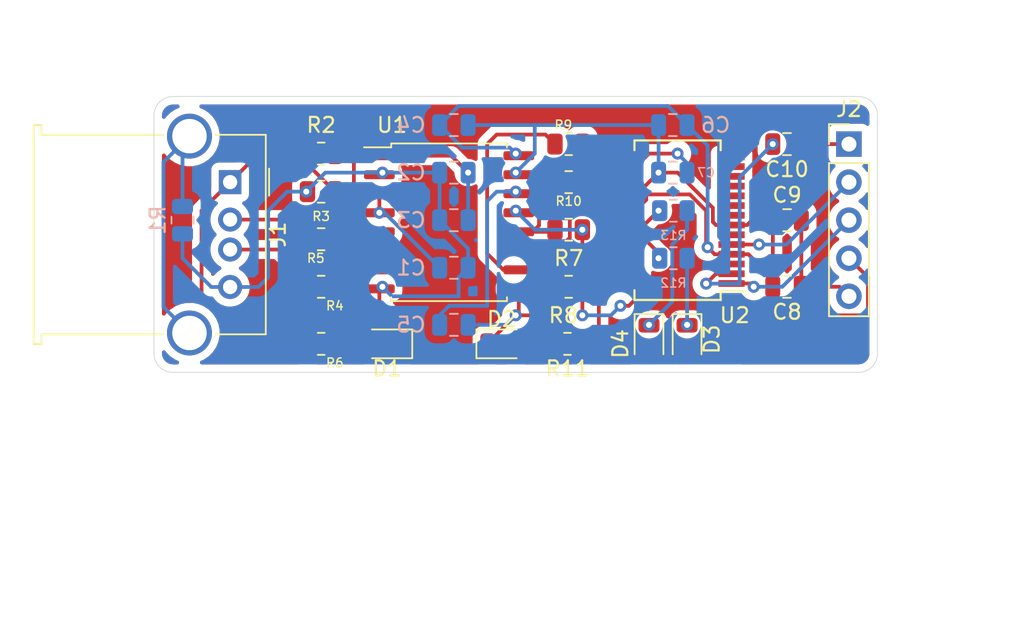
<source format=kicad_pcb>
(kicad_pcb (version 20211014) (generator pcbnew)
  (layers (0 "F.Cu" signal) (31 "B.Cu" signal) (34 "B.Paste" user) (35 "F.Paste" user) (36 "B.SilkS" user "B.Silkscreen") (37 "F.SilkS" user "F.Silkscreen") (38 "B.Mask" user) (39 "F.Mask" user) (44 "Edge.Cuts" user))
  (net 0 "")
  (net 1 "GND_USB")
  (net 2 "VDD1")
  (net 3 "V_USB")
  (net 4 "GND_uC")
  (net 5 "RST")
  (net 6 "VDD2")
  (net 7 "3.3v_Out")
  (net 8 "Net-(C10-Pad2)")
  (net 9 "DTR_prg")
  (net 10 "Net-(D1-Pad2)")
  (net 11 "Net-(D2-Pad2)")
  (net 12 "Net-(D3-Pad1)")
  (net 13 "Net-(D4-Pad1)")
  (net 14 "Net-(J1-Pad5)")
  (net 15 "Net-(J1-Pad3)")
  (net 16 "Net-(J1-Pad2)")
  (net 17 "RXD_prg")
  (net 18 "TXD_prg")
  (net 19 "SPU")
  (net 20 "Net-(R4-Pad1)")
  (net 21 "Net-(R5-Pad1)")
  (net 22 "SPD")
  (net 23 "Net-(R9-Pad2)")
  (net 24 "D+")
  (net 25 "Net-(R10-Pad2)")
  (net 26 "D-")
  (net 27 "/TXD_led")
  (net 28 "/RXD_led")
  (net 29 "Net-(U2-Pad28)")
  (net 30 "Net-(U2-Pad27)")
  (net 31 "Net-(U2-Pad14)")
  (net 32 "Net-(U2-Pad13)")
  (net 33 "Net-(U2-Pad12)")
  (net 34 "Net-(U2-Pad11)")
  (net 35 "Net-(U2-Pad10)")
  (net 36 "Net-(U2-Pad9)")
  (net 37 "Net-(U2-Pad6)")
  (net 38 "Net-(U2-Pad3)")
  (footprint "Capacitor_SMD:C_0805_2012Metric" (layer "F.Cu") (at 150.81 86.995 180)
    (fp_text reference "C8" (at 0 -1.68) (layer "F.SilkS"))
    (fp_text value "0.1uf")
    (fp_line (start -0.261252 -0.735) (end 0.261252 -0.735) (layer "F.SilkS") (width 0.12))
    (fp_line (start -0.261252 0.735) (end 0.261252 0.735) (layer "F.SilkS") (width 0.12))
    (pad "1" smd roundrect locked (at -0.95 0 180) (size 1 1.45) (layers "F.Cu" "F.Paste" "F.Mask") (net 4 "GND_uC"))
    (pad "2" smd roundrect locked (at 0.95 0 180) (size 1 1.45) (layers "F.Cu" "F.Paste" "F.Mask") (net 5 "RST"))
  )
  (footprint "Capacitor_SMD:C_0805_2012Metric" (layer "F.Cu") (at 150.815 82.55)
    (fp_text reference "C9" (at 0 -1.68) (layer "F.SilkS"))
    (fp_text value "0.1uf")
    (fp_line (start -0.261252 0.735) (end 0.261252 0.735) (layer "F.SilkS") (width 0.12))
    (fp_line (start -0.261252 -0.735) (end 0.261252 -0.735) (layer "F.SilkS") (width 0.12))
    (pad "1" smd roundrect locked (at -0.95 0) (size 1 1.45) (layers "F.Cu" "F.Paste" "F.Mask") (net 5 "RST"))
    (pad "2" smd roundrect locked (at 0.95 0) (size 1 1.45) (layers "F.Cu" "F.Paste" "F.Mask") (net 4 "GND_uC"))
  )
  (footprint "Capacitor_SMD:C_0805_2012Metric" (layer "F.Cu") (at 150.81 77.47 180)
    (fp_text reference "C10" (at 0 -1.68) (layer "F.SilkS"))
    (fp_text value "0.1uf")
    (fp_line (start -0.261252 0.735) (end 0.261252 0.735) (layer "F.SilkS") (width 0.12))
    (fp_line (start -0.261252 -0.735) (end 0.261252 -0.735) (layer "F.SilkS") (width 0.12))
    (pad "1" smd roundrect locked (at -0.95 0 180) (size 1 1.45) (layers "F.Cu" "F.Paste" "F.Mask") (net 9 "DTR_prg"))
    (pad "2" smd roundrect locked (at 0.95 0 180) (size 1 1.45) (layers "F.Cu" "F.Paste" "F.Mask") (net 8 "Net-(C10-Pad2)"))
  )
  (footprint "LED_SMD:LED_0805_2012Metric" (layer "F.Cu") (at 124.1275 90.805 180)
    (fp_text reference "D1" (at 0 -1.65) (layer "F.SilkS"))
    (fp_text value "LED")
    (fp_line (start 1 -0.96) (end -1.685 -0.96) (layer "F.SilkS") (width 0.12))
    (fp_line (start -1.685 -0.96) (end -1.685 0.96) (layer "F.SilkS") (width 0.12))
    (fp_line (start -1.685 0.96) (end 1 0.96) (layer "F.SilkS") (width 0.12))
    (pad "1" smd roundrect locked (at -0.9375 0 180) (size 0.975 1.4) (layers "F.Cu" "F.Paste" "F.Mask") (net 1 "GND_USB"))
    (pad "2" smd roundrect locked (at 0.9375 0 180) (size 0.975 1.4) (layers "F.Cu" "F.Paste" "F.Mask") (net 10 "Net-(D1-Pad2)"))
  )
  (footprint "LED_SMD:LED_0805_2012Metric" (layer "F.Cu") (at 131.7775 90.805)
    (fp_text reference "D2" (at 0 -1.65) (layer "F.SilkS"))
    (fp_text value "LED")
    (fp_line (start 1 -0.96) (end -1.685 -0.96) (layer "F.SilkS") (width 0.12))
    (fp_line (start -1.685 -0.96) (end -1.685 0.96) (layer "F.SilkS") (width 0.12))
    (fp_line (start -1.685 0.96) (end 1 0.96) (layer "F.SilkS") (width 0.12))
    (pad "1" smd roundrect locked (at -0.9375 0) (size 0.975 1.4) (layers "F.Cu" "F.Paste" "F.Mask") (net 4 "GND_uC"))
    (pad "2" smd roundrect locked (at 0.9375 0) (size 0.975 1.4) (layers "F.Cu" "F.Paste" "F.Mask") (net 11 "Net-(D2-Pad2)"))
  )
  (footprint "LED_SMD:LED_0805_2012Metric" (layer "F.Cu") (at 144.145 90.5025 -90)
    (fp_text reference "D3" (at 0 -1.65 90) (layer "F.SilkS"))
    (fp_text value "LED")
    (fp_line (start 1 -0.96) (end -1.685 -0.96) (layer "F.SilkS") (width 0.12))
    (fp_line (start -1.685 0.96) (end 1 0.96) (layer "F.SilkS") (width 0.12))
    (fp_line (start -1.685 -0.96) (end -1.685 0.96) (layer "F.SilkS") (width 0.12))
    (pad "1" smd roundrect locked (at -0.9375 0 270) (size 0.975 1.4) (layers "F.Cu" "F.Paste" "F.Mask") (net 12 "Net-(D3-Pad1)"))
    (pad "2" smd roundrect locked (at 0.9375 0 270) (size 0.975 1.4) (layers "F.Cu" "F.Paste" "F.Mask") (net 5 "RST"))
  )
  (footprint "LED_SMD:LED_0805_2012Metric" (layer "F.Cu") (at 141.605 90.5025 -90)
    (fp_text reference "D4" (at 0.3025 1.905 90) (layer "F.SilkS"))
    (fp_text value "LED")
    (fp_line (start 1 -0.96) (end -1.685 -0.96) (layer "F.SilkS") (width 0.12))
    (fp_line (start -1.685 0.96) (end 1 0.96) (layer "F.SilkS") (width 0.12))
    (fp_line (start -1.685 -0.96) (end -1.685 0.96) (layer "F.SilkS") (width 0.12))
    (pad "1" smd roundrect locked (at -0.9375 0 270) (size 0.975 1.4) (layers "F.Cu" "F.Paste" "F.Mask") (net 13 "Net-(D4-Pad1)"))
    (pad "2" smd roundrect locked (at 0.9375 0 270) (size 0.975 1.4) (layers "F.Cu" "F.Paste" "F.Mask") (net 5 "RST"))
  )
  (footprint "Connector_PinHeader_2.54mm:PinHeader_1x05_P2.54mm_Vertical" (layer "F.Cu") (at 154.94 77.47)
    (fp_text reference "J2" (at 0 -2.33) (layer "F.SilkS"))
    (fp_text value "Conn_01x05")
    (fp_line (start 1.33 1.27) (end 1.33 11.49) (layer "F.SilkS") (width 0.12))
    (fp_line (start -1.33 1.27) (end 1.33 1.27) (layer "F.SilkS") (width 0.12))
    (fp_line (start -1.33 1.27) (end -1.33 11.49) (layer "F.SilkS") (width 0.12))
    (fp_line (start -1.33 0) (end -1.33 -1.33) (layer "F.SilkS") (width 0.12))
    (fp_line (start -1.33 11.49) (end 1.33 11.49) (layer "F.SilkS") (width 0.12))
    (fp_line (start -1.33 -1.33) (end 0 -1.33) (layer "F.SilkS") (width 0.12))
    (pad "1" thru_hole rect locked (at 0 0) (size 1.7 1.7) (drill 1) (layers *.Cu *.Mask) (net 9 "DTR_prg"))
    (pad "2" thru_hole oval locked (at 0 2.54) (size 1.7 1.7) (drill 1) (layers *.Cu *.Mask) (net 17 "RXD_prg"))
    (pad "3" thru_hole oval locked (at 0 5.08) (size 1.7 1.7) (drill 1) (layers *.Cu *.Mask) (net 18 "TXD_prg"))
    (pad "4" thru_hole oval locked (at 0 7.62) (size 1.7 1.7) (drill 1) (layers *.Cu *.Mask) (net 5 "RST"))
    (pad "5" thru_hole oval locked (at 0 10.16) (size 1.7 1.7) (drill 1) (layers *.Cu *.Mask) (net 4 "GND_uC"))
  )
  (footprint "Resistor_SMD:R_0805_2012Metric" (layer "F.Cu") (at 119.7375 78.105 180)
    (fp_text reference "R2" (at 0 1.905) (layer "F.SilkS"))
    (fp_text value "0R")
    (fp_line (start -0.227064 0.735) (end 0.227064 0.735) (layer "F.SilkS") (width 0.12))
    (fp_line (start -0.227064 -0.735) (end 0.227064 -0.735) (layer "F.SilkS") (width 0.12))
    (pad "1" smd roundrect locked (at -0.9125 0 180) (size 1.025 1.4) (layers "F.Cu" "F.Paste" "F.Mask") (roundrect_rratio 0.2439004878) (net 2 "VDD1"))
    (pad "2" smd roundrect locked (at 0.9125 0 180) (size 1.025 1.4) (layers "F.Cu" "F.Paste" "F.Mask") (roundrect_rratio 0.2439004878) (net 19 "SPU"))
  )
  (footprint "Resistor_SMD:R_0805_2012Metric" (layer "F.Cu") (at 119.7375 80.645 180)
    (fp_text reference "R3" (at 0 -1.65) (layer "F.SilkS") (effects (font (size 0.6 0.6) (thickness 0.1))))
    (fp_text value "0R")
    (fp_line (start -0.227064 -0.735) (end 0.227064 -0.735) (layer "F.SilkS") (width 0.12))
    (fp_line (start -0.227064 0.735) (end 0.227064 0.735) (layer "F.SilkS") (width 0.12))
    (pad "1" smd roundrect locked (at -0.9125 0 180) (size 1.025 1.4) (layers "F.Cu" "F.Paste" "F.Mask") (roundrect_rratio 0.2439004878) (net 19 "SPU"))
    (pad "2" smd roundrect locked (at 0.9125 0 180) (size 1.025 1.4) (layers "F.Cu" "F.Paste" "F.Mask") (roundrect_rratio 0.2439004878) (net 1 "GND_USB"))
  )
  (footprint "Resistor_SMD:R_0805_2012Metric" (layer "F.Cu") (at 119.7375 86.995 180)
    (fp_text reference "R4" (at -0.9125 -1.27) (layer "F.SilkS") (effects (font (size 0.6 0.6) (thickness 0.1))))
    (fp_text value "24E")
    (fp_line (start -0.227064 0.735) (end 0.227064 0.735) (layer "F.SilkS") (width 0.12))
    (fp_line (start -0.227064 -0.735) (end 0.227064 -0.735) (layer "F.SilkS") (width 0.12))
    (pad "1" smd roundrect locked (at -0.9125 0 180) (size 1.025 1.4) (layers "F.Cu" "F.Paste" "F.Mask") (roundrect_rratio 0.2439004878) (net 20 "Net-(R4-Pad1)"))
    (pad "2" smd roundrect locked (at 0.9125 0 180) (size 1.025 1.4) (layers "F.Cu" "F.Paste" "F.Mask") (roundrect_rratio 0.2439004878) (net 15 "Net-(J1-Pad3)"))
  )
  (footprint "Resistor_SMD:R_0805_2012Metric" (layer "F.Cu") (at 119.7375 83.82 180)
    (fp_text reference "R5" (at 0.3575 -1.27) (layer "F.SilkS") (effects (font (size 0.6 0.6) (thickness 0.1))))
    (fp_text value "24E")
    (fp_line (start -0.227064 -0.735) (end 0.227064 -0.735) (layer "F.SilkS") (width 0.12))
    (fp_line (start -0.227064 0.735) (end 0.227064 0.735) (layer "F.SilkS") (width 0.12))
    (pad "1" smd roundrect locked (at -0.9125 0 180) (size 1.025 1.4) (layers "F.Cu" "F.Paste" "F.Mask") (roundrect_rratio 0.2439004878) (net 21 "Net-(R5-Pad1)"))
    (pad "2" smd roundrect locked (at 0.9125 0 180) (size 1.025 1.4) (layers "F.Cu" "F.Paste" "F.Mask") (roundrect_rratio 0.2439004878) (net 16 "Net-(J1-Pad2)"))
  )
  (footprint "Resistor_SMD:R_0805_2012Metric" (layer "F.Cu") (at 119.7375 90.805)
    (fp_text reference "R6" (at 0.9125 1.27) (layer "F.SilkS") (effects (font (size 0.6 0.6) (thickness 0.1))))
    (fp_text value "1k")
    (fp_line (start -0.227064 0.735) (end 0.227064 0.735) (layer "F.SilkS") (width 0.12))
    (fp_line (start -0.227064 -0.735) (end 0.227064 -0.735) (layer "F.SilkS") (width 0.12))
    (pad "1" smd roundrect locked (at -0.9125 0) (size 1.025 1.4) (layers "F.Cu" "F.Paste" "F.Mask") (roundrect_rratio 0.2439004878) (net 3 "V_USB"))
    (pad "2" smd roundrect locked (at 0.9125 0) (size 1.025 1.4) (layers "F.Cu" "F.Paste" "F.Mask") (roundrect_rratio 0.2439004878) (net 10 "Net-(D1-Pad2)"))
  )
  (footprint "Resistor_SMD:R_0805_2012Metric" (layer "F.Cu") (at 136.2475 83.185)
    (fp_text reference "R7" (at 0 1.905) (layer "F.SilkS"))
    (fp_text value "0R")
    (fp_line (start -0.227064 -0.735) (end 0.227064 -0.735) (layer "F.SilkS") (width 0.12))
    (fp_line (start -0.227064 0.735) (end 0.227064 0.735) (layer "F.SilkS") (width 0.12))
    (pad "1" smd roundrect locked (at -0.9125 0) (size 1.025 1.4) (layers "F.Cu" "F.Paste" "F.Mask") (roundrect_rratio 0.2439004878) (net 6 "VDD2"))
    (pad "2" smd roundrect locked (at 0.9125 0) (size 1.025 1.4) (layers "F.Cu" "F.Paste" "F.Mask") (roundrect_rratio 0.2439004878) (net 22 "SPD"))
  )
  (footprint "Resistor_SMD:R_0805_2012Metric" (layer "F.Cu") (at 136.2475 86.995)
    (fp_text reference "R8" (at -0.3575 1.905) (layer "F.SilkS"))
    (fp_text value "0R")
    (fp_line (start -0.227064 0.735) (end 0.227064 0.735) (layer "F.SilkS") (width 0.12))
    (fp_line (start -0.227064 -0.735) (end 0.227064 -0.735) (layer "F.SilkS") (width 0.12))
    (pad "1" smd roundrect locked (at -0.9125 0) (size 1.025 1.4) (layers "F.Cu" "F.Paste" "F.Mask") (roundrect_rratio 0.2439004878) (net 22 "SPD"))
    (pad "2" smd roundrect locked (at 0.9125 0) (size 1.025 1.4) (layers "F.Cu" "F.Paste" "F.Mask") (roundrect_rratio 0.2439004878) (net 4 "GND_uC"))
  )
  (footprint "Resistor_SMD:R_0805_2012Metric" (layer "F.Cu") (at 136.2475 80.01 180)
    (fp_text reference "R10" (at 0 -1.27) (layer "F.SilkS") (effects (font (size 0.6 0.6) (thickness 0.1))))
    (fp_text value "24E")
    (fp_line (start -0.227064 -0.735) (end 0.227064 -0.735) (layer "F.SilkS") (width 0.12))
    (fp_line (start -0.227064 0.735) (end 0.227064 0.735) (layer "F.SilkS") (width 0.12))
    (pad "1" smd roundrect locked (at -0.9125 0 180) (size 1.025 1.4) (layers "F.Cu" "F.Paste" "F.Mask") (roundrect_rratio 0.2439004878) (net 26 "D-"))
    (pad "2" smd roundrect locked (at 0.9125 0 180) (size 1.025 1.4) (layers "F.Cu" "F.Paste" "F.Mask") (roundrect_rratio 0.2439004878) (net 25 "Net-(R10-Pad2)"))
  )
  (footprint "Resistor_SMD:R_0805_2012Metric" (layer "F.Cu") (at 136.1675 90.805 180)
    (fp_text reference "R11" (at 0 -1.65) (layer "F.SilkS"))
    (fp_text value "1k")
    (fp_line (start -0.227064 -0.735) (end 0.227064 -0.735) (layer "F.SilkS") (width 0.12))
    (fp_line (start -0.227064 0.735) (end 0.227064 0.735) (layer "F.SilkS") (width 0.12))
    (pad "1" smd roundrect locked (at -0.9125 0 180) (size 1.025 1.4) (layers "F.Cu" "F.Paste" "F.Mask") (roundrect_rratio 0.2439004878) (net 7 "3.3v_Out"))
    (pad "2" smd roundrect locked (at 0.9125 0 180) (size 1.025 1.4) (layers "F.Cu" "F.Paste" "F.Mask") (roundrect_rratio 0.2439004878) (net 11 "Net-(D2-Pad2)"))
  )
  (footprint "Package_SO:SOIC-16W_7.5x10.3mm_P1.27mm" (layer "F.Cu") (at 128.27 82.69)
    (fp_text reference "U1" (at -3.81 -6.49) (layer "F.SilkS"))
    (fp_text value "ADUM4160")
    (fp_line (start 0 5.26) (end -3.86 5.26) (layer "F.SilkS") (width 0.12))
    (fp_line (start 0 5.26) (end 3.86 5.26) (layer "F.SilkS") (width 0.12))
    (fp_line (start -3.86 5.26) (end -3.86 5.005) (layer "F.SilkS") (width 0.12))
    (fp_line (start 3.86 -5.26) (end 3.86 -5.005) (layer "F.SilkS") (width 0.12))
    (fp_line (start 3.86 5.26) (end 3.86 5.005) (layer "F.SilkS") (width 0.12))
    (fp_line (start 0 -5.26) (end -3.86 -5.26) (layer "F.SilkS") (width 0.12))
    (fp_line (start -3.86 -5.26) (end -3.86 -5.005) (layer "F.SilkS") (width 0.12))
    (fp_line (start 0 -5.26) (end 3.86 -5.26) (layer "F.SilkS") (width 0.12))
    (fp_line (start -3.86 -5.005) (end -5.675 -5.005) (layer "F.SilkS") (width 0.12))
    (pad "1" smd roundrect locked (at -4.65 -4.445) (size 2.05 0.6) (layers "F.Cu" "F.Paste" "F.Mask") (net 3 "V_USB"))
    (pad "2" smd roundrect locked (at -4.65 -3.175) (size 2.05 0.6) (layers "F.Cu" "F.Paste" "F.Mask") (net 1 "GND_USB"))
    (pad "3" smd roundrect locked (at -4.65 -1.905) (size 2.05 0.6) (layers "F.Cu" "F.Paste" "F.Mask") (net 2 "VDD1"))
    (pad "4" smd roundrect locked (at -4.65 -0.635) (size 2.05 0.6) (layers "F.Cu" "F.Paste" "F.Mask") (net 2 "VDD1"))
    (pad "5" smd roundrect locked (at -4.65 0.635) (size 2.05 0.6) (layers "F.Cu" "F.Paste" "F.Mask") (net 19 "SPU"))
    (pad "6" smd roundrect locked (at -4.65 1.905) (size 2.05 0.6) (layers "F.Cu" "F.Paste" "F.Mask") (net 21 "Net-(R5-Pad1)"))
    (pad "7" smd roundrect locked (at -4.65 3.175) (size 2.05 0.6) (layers "F.Cu" "F.Paste" "F.Mask") (net 20 "Net-(R4-Pad1)"))
    (pad "8" smd roundrect locked (at -4.65 4.445) (size 2.05 0.6) (layers "F.Cu" "F.Paste" "F.Mask") (net 1 "GND_USB"))
    (pad "9" smd roundrect locked (at 4.65 4.445) (size 2.05 0.6) (layers "F.Cu" "F.Paste" "F.Mask") (net 4 "GND_uC"))
    (pad "10" smd roundrect locked (at 4.65 3.175) (size 2.05 0.6) (layers "F.Cu" "F.Paste" "F.Mask") (net 23 "Net-(R9-Pad2)"))
    (pad "11" smd roundrect locked (at 4.65 1.905) (size 2.05 0.6) (layers "F.Cu" "F.Paste" "F.Mask") (net 25 "Net-(R10-Pad2)"))
    (pad "12" smd roundrect locked (at 4.65 0.635) (size 2.05 0.6) (layers "F.Cu" "F.Paste" "F.Mask") (net 6 "VDD2"))
    (pad "13" smd roundrect locked (at 4.65 -0.635) (size 2.05 0.6) (layers "F.Cu" "F.Paste" "F.Mask") (net 22 "SPD"))
    (pad "14" smd roundrect locked (at 4.65 -1.905) (size 2.05 0.6) (layers "F.Cu" "F.Paste" "F.Mask") (net 6 "VDD2"))
    (pad "15" smd roundrect locked (at 4.65 -3.175) (size 2.05 0.6) (layers "F.Cu" "F.Paste" "F.Mask") (net 4 "GND_uC"))
    (pad "16" smd roundrect locked (at 4.65 -4.445) (size 2.05 0.6) (layers "F.Cu" "F.Paste" "F.Mask") (net 5 "RST"))
  )
  (footprint "Package_SO:SSOP-28_5.3x10.2mm_P0.65mm" (layer "F.Cu") (at 143.51 82.55 180)
    (fp_text reference "U2" (at -3.81 -6.35) (layer "F.SilkS"))
    (fp_text value "FT232RL")
    (fp_line (start 2.875 5.325) (end 2.875 4.675) (layer "F.SilkS") (width 0.15))
    (fp_line (start -2.875 -5.325) (end -2.875 -4.75) (layer "F.SilkS") (width 0.15))
    (fp_line (start -2.875 5.325) (end 2.875 5.325) (layer "F.SilkS") (width 0.15))
    (fp_line (start -2.875 -4.75) (end -4.475 -4.75) (layer "F.SilkS") (width 0.15))
    (fp_line (start 2.875 -5.325) (end 2.875 -4.675) (layer "F.SilkS") (width 0.15))
    (fp_line (start -2.875 5.325) (end -2.875 4.675) (layer "F.SilkS") (width 0.15))
    (fp_line (start -2.875 -5.325) (end 2.875 -5.325) (layer "F.SilkS") (width 0.15))
    (pad "1" smd rect locked (at -3.6 -4.225 180) (size 1.75 0.45) (layers "F.Cu" "F.Paste" "F.Mask") (net 18 "TXD_prg"))
    (pad "2" smd rect locked (at -3.6 -3.575 180) (size 1.75 0.45) (layers "F.Cu" "F.Paste" "F.Mask") (net 8 "Net-(C10-Pad2)"))
    (pad "3" smd rect locked (at -3.6 -2.925 180) (size 1.75 0.45) (layers "F.Cu" "F.Paste" "F.Mask") (net 38 "Net-(U2-Pad3)"))
    (pad "4" smd rect locked (at -3.6 -2.275 180) (size 1.75 0.45) (layers "F.Cu" "F.Paste" "F.Mask") (net 5 "RST"))
    (pad "5" smd rect locked (at -3.6 -1.625 180) (size 1.75 0.45) (layers "F.Cu" "F.Paste" "F.Mask") (net 17 "RXD_prg"))
    (pad "6" smd rect locked (at -3.6 -0.975 180) (size 1.75 0.45) (layers "F.Cu" "F.Paste" "F.Mask") (net 37 "Net-(U2-Pad6)"))
    (pad "7" smd rect locked (at -3.6 -0.325 180) (size 1.75 0.45) (layers "F.Cu" "F.Paste" "F.Mask") (net 4 "GND_uC"))
    (pad "8" smd rect locked (at -3.6 0.325 180) (size 1.75 0.45) (layers "F.Cu" "F.Paste" "F.Mask"))
    (pad "9" smd rect locked (at -3.6 0.975 180) (size 1.75 0.45) (layers "F.Cu" "F.Paste" "F.Mask") (net 36 "Net-(U2-Pad9)"))
    (pad "10" smd rect locked (at -3.6 1.625 180) (size 1.75 0.45) (layers "F.Cu" "F.Paste" "F.Mask") (net 35 "Net-(U2-Pad10)"))
    (pad "11" smd rect locked (at -3.6 2.275 180) (size 1.75 0.45) (layers "F.Cu" "F.Paste" "F.Mask") (net 34 "Net-(U2-Pad11)"))
    (pad "12" smd rect locked (at -3.6 2.925 180) (size 1.75 0.45) (layers "F.Cu" "F.Paste" "F.Mask") (net 33 "Net-(U2-Pad12)"))
    (pad "13" smd rect locked (at -3.6 3.575 180) (size 1.75 0.45) (layers "F.Cu" "F.Paste" "F.Mask") (net 32 "Net-(U2-Pad13)"))
    (pad "14" smd rect locked (at -3.6 4.225 180) (size 1.75 0.45) (layers "F.Cu" "F.Paste" "F.Mask") (net 31 "Net-(U2-Pad14)"))
    (pad "15" smd rect locked (at 3.6 4.225 180) (size 1.75 0.45) (layers "F.Cu" "F.Paste" "F.Mask") (net 24 "D+"))
    (pad "16" smd rect locked (at 3.6 3.575 180) (size 1.75 0.45) (layers "F.Cu" "F.Paste" "F.Mask") (net 26 "D-"))
    (pad "17" smd rect locked (at 3.6 2.925 180) (size 1.75 0.45) (layers "F.Cu" "F.Paste" "F.Mask") (net 7 "3.3v_Out"))
    (pad "18" smd rect locked (at 3.6 2.275 180) (size 1.75 0.45) (layers "F.Cu" "F.Paste" "F.Mask") (net 4 "GND_uC"))
    (pad "19" smd rect locked (at 3.6 1.625 180) (size 1.75 0.45) (layers "F.Cu" "F.Paste" "F.Mask") (net 5 "RST"))
    (pad "20" smd rect locked (at 3.6 0.975 180) (size 1.75 0.45) (layers "F.Cu" "F.Paste" "F.Mask") (net 5 "RST"))
    (pad "21" smd rect locked (at 3.6 0.325 180) (size 1.75 0.45) (layers "F.Cu" "F.Paste" "F.Mask") (net 4 "GND_uC"))
    (pad "22" smd rect locked (at 3.6 -0.325 180) (size 1.75 0.45) (layers "F.Cu" "F.Paste" "F.Mask") (net 28 "/RXD_led"))
    (pad "23" smd rect locked (at 3.6 -0.975 180) (size 1.75 0.45) (layers "F.Cu" "F.Paste" "F.Mask") (net 27 "/TXD_led"))
    (pad "24" smd rect locked (at 3.6 -1.625 180) (size 1.75 0.45) (layers "F.Cu" "F.Paste" "F.Mask"))
    (pad "25" smd rect locked (at 3.6 -2.275 180) (size 1.75 0.45) (layers "F.Cu" "F.Paste" "F.Mask") (net 4 "GND_uC"))
    (pad "26" smd rect locked (at 3.6 -2.925 180) (size 1.75 0.45) (layers "F.Cu" "F.Paste" "F.Mask") (net 4 "GND_uC"))
    (pad "27" smd rect locked (at 3.6 -3.575 180) (size 1.75 0.45) (layers "F.Cu" "F.Paste" "F.Mask") (net 30 "Net-(U2-Pad27)"))
    (pad "28" smd rect locked (at 3.6 -4.225 180) (size 1.75 0.45) (layers "F.Cu" "F.Paste" "F.Mask") (net 29 "Net-(U2-Pad28)"))
  )
  (footprint "Resistor_SMD:R_0805_2012Metric" (layer "F.Cu") (at 136.2475 77.47 180)
    (fp_text reference "R9" (at 0.3575 1.27) (layer "F.SilkS") (effects (font (size 0.6 0.6) (thickness 0.1))))
    (fp_text value "24E")
    (fp_line (start -0.227064 -0.735) (end 0.227064 -0.735) (layer "F.SilkS") (width 0.12))
    (fp_line (start -0.227064 0.735) (end 0.227064 0.735) (layer "F.SilkS") (width 0.12))
    (pad "1" smd roundrect locked (at -0.9125 0 180) (size 1.025 1.4) (layers "F.Cu" "F.Paste" "F.Mask") (roundrect_rratio 0.2439004878) (net 24 "D+"))
    (pad "2" smd roundrect locked (at 0.9125 0 180) (size 1.025 1.4) (layers "F.Cu" "F.Paste" "F.Mask") (roundrect_rratio 0.2439004878) (net 23 "Net-(R9-Pad2)"))
  )
  (footprint "Connector_USB:USB_A_Molex_67643_Horizontal" (layer "F.Cu") (at 113.665 80.01 -90)
    (fp_text reference "J1" (at 3.5 -3.19 90) (layer "F.SilkS"))
    (fp_text value "USB_A")
    (fp_line (start 10.81 13.1) (end 10.81 12.58) (layer "F.SilkS") (width 0.12))
    (fp_line (start -3.16 -2.38) (end 10.16 -2.38) (layer "F.SilkS") (width 0.12))
    (fp_line (start -3.16 12.58) (end -3.81 12.58) (layer "F.SilkS") (width 0.12))
    (fp_line (start 10.16 4.47) (end 10.16 12.58) (layer "F.SilkS") (width 0.12))
    (fp_line (start -3.16 -2.38) (end -3.16 0.95) (layer "F.SilkS") (width 0.12))
    (fp_line (start 10.16 -2.38) (end 10.16 0.95) (layer "F.SilkS") (width 0.12))
    (fp_line (start -0.9 -2.6) (end 0.9 -2.6) (layer "F.SilkS") (width 0.12))
    (fp_line (start -3.16 12.58) (end -3.16 4.47) (layer "F.SilkS") (width 0.12))
    (fp_line (start -3.81 12.58) (end -3.81 13.1) (layer "F.SilkS") (width 0.12))
    (fp_line (start -3.81 13.1) (end 10.81 13.1) (layer "F.SilkS") (width 0.12))
    (fp_line (start 10.81 12.58) (end 10.16 12.58) (layer "F.SilkS") (width 0.12))
    (pad "1" thru_hole rect locked (at 0 0 270) (size 1.6 1.5) (drill 0.95) (layers *.Cu *.Mask) (net 3 "V_USB"))
    (pad "2" thru_hole circle locked (at 2.5 0 270) (size 1.6 1.6) (drill 0.95) (layers *.Cu *.Mask) (net 16 "Net-(J1-Pad2)"))
    (pad "3" thru_hole circle locked (at 4.5 0 270) (size 1.6 1.6) (drill 0.95) (layers *.Cu *.Mask) (net 15 "Net-(J1-Pad3)"))
    (pad "4" thru_hole circle locked (at 7 0 270) (size 1.6 1.6) (drill 0.95) (layers *.Cu *.Mask) (net 1 "GND_USB"))
    (pad "5" thru_hole circle locked (at 10.07 2.71 270) (size 3 3) (drill 2.3) (layers *.Cu *.Mask) (net 14 "Net-(J1-Pad5)"))
    (pad "5" thru_hole circle locked (at -3.07 2.71 270) (size 3 3) (drill 2.3) (layers *.Cu *.Mask) (net 14 "Net-(J1-Pad5)"))
  )
  (footprint "Capacitor_SMD:C_0805_2012Metric" (layer "B.Cu") (at 128.59 85.725)
    (fp_text reference "C1" (at -2.86 0) (layer "B.SilkS") (effects (justify mirror)))
    (fp_text value "0.1uf")
    (fp_line (start -0.261252 0.735) (end 0.261252 0.735) (layer "B.SilkS") (width 0.12))
    (fp_line (start -0.261252 -0.735) (end 0.261252 -0.735) (layer "B.SilkS") (width 0.12))
    (pad "1" smd roundrect locked (at -0.95 0) (size 1 1.45) (layers "B.Cu" "B.Paste" "B.Mask") (net 2 "VDD1"))
    (pad "2" smd roundrect locked (at 0.95 0) (size 1 1.45) (layers "B.Cu" "B.Paste" "B.Mask") (net 1 "GND_USB"))
  )
  (footprint "Capacitor_SMD:C_0805_2012Metric" (layer "B.Cu") (at 128.59 79.375)
    (fp_text reference "C2" (at -2.86 0) (layer "B.SilkS") (effects (justify mirror)))
    (fp_text value "0.1uf")
    (fp_line (start -0.261252 0.735) (end 0.261252 0.735) (layer "B.SilkS") (width 0.12))
    (fp_line (start -0.261252 -0.735) (end 0.261252 -0.735) (layer "B.SilkS") (width 0.12))
    (pad "1" smd roundrect locked (at -0.95 0) (size 1 1.45) (layers "B.Cu" "B.Paste" "B.Mask") (net 1 "GND_USB"))
    (pad "2" smd roundrect locked (at 0.95 0) (size 1 1.45) (layers "B.Cu" "B.Paste" "B.Mask") (net 3 "V_USB"))
  )
  (footprint "Capacitor_SMD:C_0805_2012Metric" (layer "B.Cu") (at 128.59 82.55)
    (fp_text reference "C3" (at -2.86 0) (layer "B.SilkS") (effects (justify mirror)))
    (fp_text value "10uf")
    (fp_line (start -0.261252 0.735) (end 0.261252 0.735) (layer "B.SilkS") (width 0.12))
    (fp_line (start -0.261252 -0.735) (end 0.261252 -0.735) (layer "B.SilkS") (width 0.12))
    (pad "1" smd roundrect locked (at -0.95 0) (size 1 1.45) (layers "B.Cu" "B.Paste" "B.Mask") (net 1 "GND_USB"))
    (pad "2" smd roundrect locked (at 0.95 0) (size 1 1.45) (layers "B.Cu" "B.Paste" "B.Mask") (net 3 "V_USB"))
  )
  (footprint "Capacitor_SMD:C_0805_2012Metric" (layer "B.Cu") (at 128.59 76.2)
    (fp_text reference "C4" (at -2.86 0) (layer "B.SilkS") (effects (justify mirror)))
    (fp_text value "0.1uf")
    (fp_line (start -0.261252 0.735) (end 0.261252 0.735) (layer "B.SilkS") (width 0.12))
    (fp_line (start -0.261252 -0.735) (end 0.261252 -0.735) (layer "B.SilkS") (width 0.12))
    (pad "1" smd roundrect locked (at -0.95 0) (size 1 1.45) (layers "B.Cu" "B.Paste" "B.Mask") (net 5 "RST"))
    (pad "2" smd roundrect locked (at 0.95 0) (size 1 1.45) (layers "B.Cu" "B.Paste" "B.Mask") (net 4 "GND_uC"))
  )
  (footprint "Capacitor_SMD:C_0805_2012Metric" (layer "B.Cu") (at 128.59 89.535)
    (fp_text reference "C5" (at -2.86 0) (layer "B.SilkS") (effects (justify mirror)))
    (fp_text value "0.1uf")
    (fp_line (start -0.261252 -0.735) (end 0.261252 -0.735) (layer "B.SilkS") (width 0.12))
    (fp_line (start -0.261252 0.735) (end 0.261252 0.735) (layer "B.SilkS") (width 0.12))
    (pad "1" smd roundrect locked (at -0.95 0) (size 1 1.45) (layers "B.Cu" "B.Paste" "B.Mask") (net 6 "VDD2"))
    (pad "2" smd roundrect locked (at 0.95 0) (size 1 1.45) (layers "B.Cu" "B.Paste" "B.Mask") (net 4 "GND_uC"))
  )
  (footprint "Capacitor_SMD:C_0805_2012Metric" (layer "B.Cu") (at 143.195 76.2)
    (fp_text reference "C6" (at 2.855 0) (layer "B.SilkS") (effects (justify mirror)))
    (fp_text value "10uf")
    (fp_line (start -0.261252 0.735) (end 0.261252 0.735) (layer "B.SilkS") (width 0.12))
    (fp_line (start -0.261252 -0.735) (end 0.261252 -0.735) (layer "B.SilkS") (width 0.12))
    (pad "1" smd roundrect locked (at -0.95 0) (size 1 1.45) (layers "B.Cu" "B.Paste" "B.Mask") (net 4 "GND_uC"))
    (pad "2" smd roundrect locked (at 0.95 0) (size 1 1.45) (layers "B.Cu" "B.Paste" "B.Mask") (net 5 "RST"))
  )
  (footprint "Capacitor_SMD:C_0805_2012Metric" (layer "B.Cu") (at 143.195 79.375)
    (fp_text reference "C7" (at 2.22 0) (layer "B.SilkS") (effects (font (size 0.6 0.6) (thickness 0.1)) (justify mirror)))
    (fp_text value "0.1uf")
    (fp_line (start -0.261252 -0.735) (end 0.261252 -0.735) (layer "B.SilkS") (width 0.12))
    (fp_line (start -0.261252 0.735) (end 0.261252 0.735) (layer "B.SilkS") (width 0.12))
    (pad "1" smd roundrect locked (at -0.95 0) (size 1 1.45) (layers "B.Cu" "B.Paste" "B.Mask") (net 4 "GND_uC"))
    (pad "2" smd roundrect locked (at 0.95 0) (size 1 1.45) (layers "B.Cu" "B.Paste" "B.Mask") (net 7 "3.3v_Out"))
  )
  (footprint "Resistor_SMD:R_0805_2012Metric" (layer "B.Cu") (at 110.49 82.55 -90)
    (fp_text reference "R1" (at 0 1.65 -90) (layer "B.SilkS") (effects (justify mirror)))
    (fp_text value "0R")
    (fp_line (start -0.227064 -0.735) (end 0.227064 -0.735) (layer "B.SilkS") (width 0.12))
    (fp_line (start -0.227064 0.735) (end 0.227064 0.735) (layer "B.SilkS") (width 0.12))
    (pad "1" smd roundrect locked (at -0.9125 0 270) (size 1.025 1.4) (layers "B.Cu" "B.Paste" "B.Mask") (roundrect_rratio 0.2439004878) (net 14 "Net-(J1-Pad5)"))
    (pad "2" smd roundrect locked (at 0.9125 0 270) (size 1.025 1.4) (layers "B.Cu" "B.Paste" "B.Mask") (roundrect_rratio 0.2439004878) (net 1 "GND_USB"))
  )
  (footprint "Resistor_SMD:R_0805_2012Metric" (layer "B.Cu") (at 143.2325 85.09)
    (fp_text reference "R12" (at 0 1.65) (layer "B.SilkS") (effects (font (size 0.6 0.6) (thickness 0.1)) (justify mirror)))
    (fp_text value "1k")
    (fp_line (start -0.227064 -0.735) (end 0.227064 -0.735) (layer "B.SilkS") (width 0.12))
    (fp_line (start -0.227064 0.735) (end 0.227064 0.735) (layer "B.SilkS") (width 0.12))
    (pad "1" smd roundrect locked (at -0.9125 0) (size 1.025 1.4) (layers "B.Cu" "B.Paste" "B.Mask") (roundrect_rratio 0.2439004878) (net 27 "/TXD_led"))
    (pad "2" smd roundrect locked (at 0.9125 0) (size 1.025 1.4) (layers "B.Cu" "B.Paste" "B.Mask") (roundrect_rratio 0.2439004878) (net 12 "Net-(D3-Pad1)"))
  )
  (footprint "Resistor_SMD:R_0805_2012Metric" (layer "B.Cu") (at 143.2325 81.915)
    (fp_text reference "R13" (at 0 1.65) (layer "B.SilkS") (effects (font (size 0.6 0.6) (thickness 0.1)) (justify mirror)))
    (fp_text value "1k")
    (fp_line (start -0.227064 0.735) (end 0.227064 0.735) (layer "B.SilkS") (width 0.12))
    (fp_line (start -0.227064 -0.735) (end 0.227064 -0.735) (layer "B.SilkS") (width 0.12))
    (pad "1" smd roundrect locked (at -0.9125 0) (size 1.025 1.4) (layers "B.Cu" "B.Paste" "B.Mask") (roundrect_rratio 0.2439004878) (net 28 "/RXD_led"))
    (pad "2" smd roundrect locked (at 0.9125 0) (size 1.025 1.4) (layers "B.Cu" "B.Paste" "B.Mask") (roundrect_rratio 0.2439004878) (net 13 "Net-(D4-Pad1)"))
  )
  (gr_line (start 109.855 74.295) (end 155.575 74.295) (layer "Edge.Cuts") (width 0.05))
  (gr_arc (start 109.855 92.71) (mid 108.956974 92.338026) (end 108.585 91.44) (layer "Edge.Cuts") (width 0.05))
  (gr_line (start 156.845 75.565) (end 156.845 91.44) (layer "Edge.Cuts") (width 0.05))
  (gr_arc (start 156.845 91.44) (mid 156.473026 92.338026) (end 155.575 92.71) (layer "Edge.Cuts") (width 0.05))
  (gr_arc (start 155.575 74.295) (mid 156.473026 74.666974) (end 156.845 75.565) (layer "Edge.Cuts") (width 0.05))
  (gr_line (start 109.855 92.71) (end 155.575 92.71) (layer "Edge.Cuts") (width 0.05))
  (gr_line (start 108.585 75.565) (end 108.585 91.44) (layer "Edge.Cuts") (width 0.05))
  (gr_arc (start 108.585 75.565) (mid 108.956974 74.666974) (end 109.855 74.295) (layer "Edge.Cuts") (width 0.05))
  (segment (start 123.62 87.135) (end 123.62 88.09) (width 0.25) (layer "F.Cu") (net 1))
  (segment (start 125.065 89.535) (end 125.065 90.805) (width 0.25) (layer "F.Cu") (net 1))
  (segment (start 123.62 88.09) (end 125.065 89.535) (width 0.25) (layer "F.Cu") (net 1))
  (via (at 123.825 79.375) (size 0.8) (drill 0.4) (layers "F.Cu" "B.Cu") (net 1))
  (via (at 118.745 80.645) (size 0.8) (drill 0.4) (layers "F.Cu" "B.Cu") (net 1))
  (via (at 123.825 86.995) (size 0.8) (drill 0.4) (layers "F.Cu" "B.Cu") (net 1))
  (segment (start 118.745 80.645) (end 118.745 80.645) (width 0.25) (layer "B.Cu") (net 1))
  (segment (start 112.41 87.01) (end 113.665 87.01) (width 0.25) (layer "B.Cu") (net 1))
  (segment (start 116.205 81.915) (end 116.205 86.36) (width 0.25) (layer "B.Cu") (net 1))
  (segment (start 128.905 86.36) (end 129.54 85.725) (width 0.25) (layer "B.Cu") (net 1))
  (segment (start 127.64 82.55) (end 129.54 84.45) (width 0.25) (layer "B.Cu") (net 1))
  (segment (start 123.825 86.995) (end 124.46 87.63) (width 0.25) (layer "B.Cu") (net 1))
  (segment (start 116.205 86.36) (end 115.555 87.01) (width 0.25) (layer "B.Cu") (net 1))
  (segment (start 124.46 87.63) (end 128.905 87.63) (width 0.25) (layer "B.Cu") (net 1))
  (segment (start 110.49 83.4625) (end 110.49 85.09) (width 0.25) (layer "B.Cu") (net 1))
  (segment (start 128.905 87.63) (end 128.905 86.36) (width 0.25) (layer "B.Cu") (net 1))
  (segment (start 117.475 80.645) (end 116.205 81.915) (width 0.25) (layer "B.Cu") (net 1))
  (segment (start 120.015 79.375) (end 118.745 80.645) (width 0.25) (layer "B.Cu") (net 1))
  (segment (start 123.825 79.375) (end 120.015 79.375) (width 0.25) (layer "B.Cu") (net 1))
  (segment (start 110.49 85.09) (end 112.41 87.01) (width 0.25) (layer "B.Cu") (net 1))
  (segment (start 127.64 79.375) (end 127.64 82.55) (width 0.25) (layer "B.Cu") (net 1))
  (segment (start 129.54 84.45) (end 129.54 85.725) (width 0.25) (layer "B.Cu") (net 1))
  (segment (start 115.555 87.01) (end 113.665 87.01) (width 0.25) (layer "B.Cu") (net 1))
  (segment (start 118.745 80.645) (end 117.475 80.645) (width 0.25) (layer "B.Cu") (net 1))
  (segment (start 123.825 79.375) (end 127.64 79.375) (width 0.25) (layer "B.Cu") (net 1))
  (segment (start 123.62 82.055) (end 123.62 82.055) (width 0.25) (layer "F.Cu") (net 2))
  (segment (start 122.595 80.785) (end 123.62 80.785) (width 0.25) (layer "F.Cu") (net 2))
  (segment (start 121.285 78.105) (end 121.92 78.74) (width 0.25) (layer "F.Cu") (net 2))
  (segment (start 123.62 80.785) (end 123.62 82.055) (width 0.25) (layer "F.Cu") (net 2))
  (segment (start 120.65 78.105) (end 121.285 78.105) (width 0.25) (layer "F.Cu") (net 2))
  (segment (start 121.92 80.11) (end 122.595 80.785) (width 0.25) (layer "F.Cu") (net 2))
  (segment (start 121.92 78.74) (end 121.92 80.11) (width 0.25) (layer "F.Cu") (net 2))
  (via (at 123.62 82.055) (size 0.8) (drill 0.4) (layers "F.Cu" "B.Cu") (net 2))
  (segment (start 123.97 82.055) (end 123.62 82.055) (width 0.25) (layer "B.Cu") (net 2))
  (segment (start 127.64 85.725) (end 123.97 82.055) (width 0.25) (layer "B.Cu") (net 2))
  (segment (start 118.825 90.805) (end 114.935 90.805) (width 0.25) (layer "F.Cu") (net 3))
  (segment (start 123.43499 77.07999) (end 116.59501 77.07999) (width 0.25) (layer "F.Cu") (net 3))
  (segment (start 129.54 79.375) (end 128.41 78.245) (width 0.25) (layer "F.Cu") (net 3))
  (segment (start 111.76 81.915) (end 113.665 80.01) (width 0.25) (layer "F.Cu") (net 3))
  (segment (start 123.62 78.245) (end 123.62 77.265) (width 0.25) (layer "F.Cu") (net 3))
  (segment (start 114.935 90.805) (end 111.76 87.63) (width 0.25) (layer "F.Cu") (net 3))
  (segment (start 123.62 77.265) (end 123.43499 77.07999) (width 0.25) (layer "F.Cu") (net 3))
  (segment (start 128.41 78.245) (end 123.62 78.245) (width 0.25) (layer "F.Cu") (net 3))
  (segment (start 116.59501 77.07999) (end 113.665 80.01) (width 0.25) (layer "F.Cu") (net 3))
  (segment (start 111.76 87.63) (end 111.76 81.915) (width 0.25) (layer "F.Cu") (net 3))
  (via (at 129.54 79.375) (size 0.8) (drill 0.4) (layers "F.Cu" "B.Cu") (net 3))
  (segment (start 129.54 79.375) (end 129.54 82.55) (width 0.25) (layer "B.Cu") (net 3))
  (segment (start 129.54 79.375) (end 129.54 79.375) (width 0.25) (layer "B.Cu") (net 3))
  (segment (start 142.24 79.375) (end 142.24 79.375) (width 0.25) (layer "F.Cu") (net 4))
  (segment (start 137.16 88.9) (end 137.16 88.9) (width 0.25) (layer "F.Cu") (net 4))
  (segment (start 148.145002 82.875) (end 148.59 82.430002) (width 0.25) (layer "F.Cu") (net 4))
  (segment (start 148.59 81.28) (end 150.495 81.28) (width 0.25) (layer "F.Cu") (net 4))
  (segment (start 138.709999 82.060001) (end 138.709999 84.749999) (width 0.25) (layer "F.Cu") (net 4))
  (segment (start 140.265685 88.265) (end 141.110001 87.420684) (width 0.25) (layer "F.Cu") (net 4))
  (segment (start 138.874998 82.225) (end 139.91 82.225) (width 0.25) (layer "F.Cu") (net 4))
  (segment (start 132.715 88.9) (end 130.84 90.775) (width 0.25) (layer "F.Cu") (net 4))
  (segment (start 132.92 88.695) (end 132.715 88.9) (width 0.25) (layer "F.Cu") (net 4))
  (segment (start 138.785 84.825) (end 139.91 84.825) (width 0.25) (layer "F.Cu") (net 4))
  (segment (start 145.86501 82.665012) (end 145.865009 81.728599) (width 0.25) (layer "F.Cu") (net 4))
  (segment (start 139.91 85.475) (end 139.91 84.825) (width 0.25) (layer "F.Cu") (net 4))
  (segment (start 150.495 81.28) (end 151.765 82.55) (width 0.25) (layer "F.Cu") (net 4))
  (segment (start 151.765 86.99) (end 151.76 86.995) (width 0.25) (layer "F.Cu") (net 4))
  (segment (start 135.255 88.9) (end 137.16 86.995) (width 0.25) (layer "F.Cu") (net 4))
  (segment (start 151.765 82.55) (end 151.765 86.99) (width 0.25) (layer "F.Cu") (net 4))
  (segment (start 138.709999 84.749999) (end 138.785 84.825) (width 0.25) (layer "F.Cu") (net 4))
  (segment (start 151.76 86.995) (end 154.305 86.995) (width 0.25) (layer "F.Cu") (net 4))
  (segment (start 141.110001 87.420684) (end 141.110001 85.550001) (width 0.25) (layer "F.Cu") (net 4))
  (segment (start 141.110001 85.550001) (end 141.035 85.475) (width 0.25) (layer "F.Cu") (net 4))
  (segment (start 139.91 80.275) (end 141.34 80.275) (width 0.25) (layer "F.Cu") (net 4))
  (segment (start 147.11 82.875) (end 148.145002 82.875) (width 0.25) (layer "F.Cu") (net 4))
  (segment (start 132.715 88.9) (end 135.255 88.9) (width 0.25) (layer "F.Cu") (net 4))
  (segment (start 143.51141 79.375) (end 142.24 79.375) (width 0.25) (layer "F.Cu") (net 4))
  (segment (start 139.91 80.275) (end 138.874998 80.275) (width 0.25) (layer "F.Cu") (net 4))
  (segment (start 137.16 86.995) (end 137.16 88.9) (width 0.25) (layer "F.Cu") (net 4))
  (segment (start 139.7 88.265) (end 140.265685 88.265) (width 0.25) (layer "F.Cu") (net 4))
  (segment (start 154.305 86.995) (end 154.94 87.63) (width 0.25) (layer "F.Cu") (net 4))
  (segment (start 130.84 90.775) (end 130.84 90.805) (width 0.25) (layer "F.Cu") (net 4))
  (segment (start 138.709999 82.060001) (end 138.874998 82.225) (width 0.25) (layer "F.Cu") (net 4))
  (segment (start 132.92 87.135) (end 132.92 88.695) (width 0.25) (layer "F.Cu") (net 4))
  (segment (start 141.34 80.275) (end 142.24 79.375) (width 0.25) (layer "F.Cu") (net 4))
  (segment (start 138.709999 80.439999) (end 138.709999 82.060001) (width 0.25) (layer "F.Cu") (net 4))
  (segment (start 145.865009 81.728599) (end 143.51141 79.375) (width 0.25) (layer "F.Cu") (net 4))
  (segment (start 148.59 82.430002) (end 148.59 81.28) (width 0.25) (layer "F.Cu") (net 4))
  (segment (start 147.11 82.875) (end 146.074998 82.875) (width 0.25) (layer "F.Cu") (net 4))
  (segment (start 138.874998 80.275) (end 138.709999 80.439999) (width 0.25) (layer "F.Cu") (net 4))
  (segment (start 141.035 85.475) (end 139.91 85.475) (width 0.25) (layer "F.Cu") (net 4))
  (segment (start 146.074998 82.875) (end 145.86501 82.665012) (width 0.25) (layer "F.Cu") (net 4))
  (via (at 132.715 79.375) (size 0.8) (drill 0.4) (layers "F.Cu" "B.Cu") (net 4))
  (via (at 132.715 88.9) (size 0.8) (drill 0.4) (layers "F.Cu" "B.Cu") (net 4))
  (via (at 142.24 79.375) (size 0.8) (drill 0.4) (layers "F.Cu" "B.Cu") (net 4))
  (via (at 139.7 88.265) (size 0.8) (drill 0.4) (layers "F.Cu" "B.Cu") (net 4))
  (via (at 137.16 88.9) (size 0.8) (drill 0.4) (layers "F.Cu" "B.Cu") (net 4))
  (segment (start 132.715 88.9) (end 132.715 88.9) (width 0.25) (layer "B.Cu") (net 4))
  (segment (start 139.7 88.265) (end 139.7 88.265) (width 0.25) (layer "B.Cu") (net 4))
  (segment (start 142.245 76.2) (end 142.245 79.375) (width 0.25) (layer "B.Cu") (net 4))
  (segment (start 139.065 88.9) (end 139.7 88.265) (width 0.25) (layer "B.Cu") (net 4))
  (segment (start 132.715 79.375) (end 133.985 78.105) (width 0.25) (layer "B.Cu") (net 4))
  (segment (start 133.985 76.2) (end 142.245 76.2) (width 0.25) (layer "B.Cu") (net 4))
  (segment (start 129.54 89.535) (end 132.08 89.535) (width 0.25) (layer "B.Cu") (net 4))
  (segment (start 129.54 76.2) (end 133.985 76.2) (width 0.25) (layer "B.Cu") (net 4))
  (segment (start 137.16 88.9) (end 139.065 88.9) (width 0.25) (layer "B.Cu") (net 4))
  (segment (start 133.985 78.105) (end 133.985 76.2) (width 0.25) (layer "B.Cu") (net 4))
  (segment (start 132.08 89.535) (end 132.715 88.9) (width 0.25) (layer "B.Cu") (net 4))
  (segment (start 145.515 84.355) (end 145.985 84.825) (width 0.25) (layer "F.Cu") (net 5))
  (segment (start 145.415 81.915) (end 145.415 84.255) (width 0.25) (layer "F.Cu") (net 5))
  (segment (start 145.415 84.255) (end 145.515 84.355) (width 0.25) (layer "F.Cu") (net 5))
  (segment (start 149.86 86.45) (end 149.86 86.995) (width 0.25) (layer "F.Cu") (net 5))
  (segment (start 156.21 86.36) (end 154.94 85.09) (width 0.25) (layer "F.Cu") (net 5))
  (segment (start 149.865 86.99) (end 149.86 86.995) (width 0.25) (layer "F.Cu") (net 5))
  (segment (start 149.86 88.9) (end 147.32 91.44) (width 0.25) (layer "F.Cu") (net 5))
  (segment (start 147.32 91.44) (end 143.51 91.44) (width 0.25) (layer "F.Cu") (net 5))
  (segment (start 149.86 86.995) (end 149.86 88.9) (width 0.25) (layer "F.Cu") (net 5))
  (segment (start 144.329999 80.829999) (end 145.415 81.915) (width 0.25) (layer "F.Cu") (net 5))
  (segment (start 147.11 84.825) (end 148.235 84.825) (width 0.25) (layer "F.Cu") (net 5))
  (segment (start 145.985 84.825) (end 147.11 84.825) (width 0.25) (layer "F.Cu") (net 5))
  (segment (start 141.035 81.575) (end 141.420001 81.189999) (width 0.25) (layer "F.Cu") (net 5))
  (segment (start 139.91 81.575) (end 141.035 81.575) (width 0.25) (layer "F.Cu") (net 5))
  (segment (start 148.235 84.825) (end 149.86 86.45) (width 0.25) (layer "F.Cu") (net 5))
  (segment (start 141.605 91.44) (end 143.51 91.44) (width 0.25) (layer "F.Cu") (net 5))
  (segment (start 149.86 88.9) (end 156.21 88.9) (width 0.25) (layer "F.Cu") (net 5))
  (segment (start 141.420001 81.189999) (end 141.420001 80.829999) (width 0.25) (layer "F.Cu") (net 5))
  (segment (start 156.21 88.9) (end 156.21 86.36) (width 0.25) (layer "F.Cu") (net 5))
  (segment (start 141.420001 80.829999) (end 144.329999 80.829999) (width 0.25) (layer "F.Cu") (net 5))
  (segment (start 149.865 82.55) (end 149.865 86.99) (width 0.25) (layer "F.Cu") (net 5))
  (segment (start 139.91 80.925) (end 139.91 81.575) (width 0.25) (layer "F.Cu") (net 5))
  (segment (start 143.51 91.44) (end 144.145 91.44) (width 0.25) (layer "F.Cu") (net 5))
  (via (at 132.715 78.105) (size 0.8) (drill 0.4) (layers "F.Cu" "B.Cu") (net 5))
  (via (at 145.515 84.355) (size 0.8) (drill 0.4) (layers "F.Cu" "B.Cu") (net 5))
  (segment (start 132.715 78.105) (end 132.315001 77.705001) (width 0.25) (layer "B.Cu") (net 5))
  (segment (start 127.64 76.2) (end 128.91 74.93) (width 0.25) (layer "B.Cu") (net 5))
  (segment (start 132.315001 77.705001) (end 129.145001 77.705001) (width 0.25) (layer "B.Cu") (net 5))
  (segment (start 145.515 84.355) (end 145.515 77.57) (width 0.25) (layer "B.Cu") (net 5))
  (segment (start 142.875 74.93) (end 144.145 76.2) (width 0.25) (layer "B.Cu") (net 5))
  (segment (start 145.515 77.57) (end 144.145 76.2) (width 0.25) (layer "B.Cu") (net 5))
  (segment (start 129.145001 77.705001) (end 127.64 76.2) (width 0.25) (layer "B.Cu") (net 5))
  (segment (start 128.91 74.93) (end 142.875 74.93) (width 0.25) (layer "B.Cu") (net 5))
  (segment (start 135.195 83.325) (end 135.335 83.185) (width 0.25) (layer "F.Cu") (net 6))
  (segment (start 133.945 80.785) (end 134.27001 81.11001) (width 0.25) (layer "F.Cu") (net 6))
  (segment (start 132.92 83.325) (end 135.195 83.325) (width 0.25) (layer "F.Cu") (net 6))
  (segment (start 133.845 83.325) (end 132.92 83.325) (width 0.25) (layer "F.Cu") (net 6))
  (segment (start 134.27001 82.89999) (end 133.845 83.325) (width 0.25) (layer "F.Cu") (net 6))
  (segment (start 132.92 80.785) (end 133.945 80.785) (width 0.25) (layer "F.Cu") (net 6))
  (segment (start 134.27001 81.11001) (end 134.27001 82.89999) (width 0.25) (layer "F.Cu") (net 6))
  (via (at 132.715 80.645) (size 0.8) (drill 0.4) (layers "F.Cu" "B.Cu") (net 6))
  (segment (start 130.81 88.265) (end 128.27 88.265) (width 0.25) (layer "B.Cu") (net 6))
  (segment (start 127.635 88.9) (end 127.64 88.905) (width 0.25) (layer "B.Cu") (net 6))
  (segment (start 131.445 80.645) (end 130.81 81.28) (width 0.25) (layer "B.Cu") (net 6))
  (segment (start 127.64 88.905) (end 127.64 89.535) (width 0.25) (layer "B.Cu") (net 6))
  (segment (start 128.27 88.265) (end 127.635 88.9) (width 0.25) (layer "B.Cu") (net 6))
  (segment (start 132.715 80.645) (end 131.445 80.645) (width 0.25) (layer "B.Cu") (net 6))
  (segment (start 130.81 81.28) (end 130.81 88.265) (width 0.25) (layer "B.Cu") (net 6))
  (segment (start 143.51 78.105) (end 143.51 78.105) (width 0.25) (layer "F.Cu") (net 7))
  (segment (start 138.259989 80.150011) (end 138.259989 89.625011) (width 0.25) (layer "F.Cu") (net 7))
  (segment (start 138.259989 89.625011) (end 137.08 90.805) (width 0.25) (layer "F.Cu") (net 7))
  (segment (start 140.945002 79.625) (end 141.110001 79.460001) (width 0.25) (layer "F.Cu") (net 7))
  (segment (start 141.110001 78.599999) (end 141.605 78.105) (width 0.25) (layer "F.Cu") (net 7))
  (segment (start 138.785 79.625) (end 138.259989 80.150011) (width 0.25) (layer "F.Cu") (net 7))
  (segment (start 141.110001 79.460001) (end 141.110001 78.599999) (width 0.25) (layer "F.Cu") (net 7))
  (segment (start 139.91 79.625) (end 140.945002 79.625) (width 0.25) (layer "F.Cu") (net 7))
  (segment (start 141.605 78.105) (end 143.51 78.105) (width 0.25) (layer "F.Cu") (net 7))
  (segment (start 139.91 79.625) (end 138.785 79.625) (width 0.25) (layer "F.Cu") (net 7))
  (via (at 143.51 78.105) (size 0.8) (drill 0.4) (layers "F.Cu" "B.Cu") (net 7))
  (segment (start 144.145 78.74) (end 143.51 78.105) (width 0.25) (layer "B.Cu") (net 7))
  (segment (start 144.145 79.375) (end 144.145 78.74) (width 0.25) (layer "B.Cu") (net 7))
  (segment (start 145.415 86.784998) (end 145.415 86.784998) (width 0.25) (layer "F.Cu") (net 8))
  (segment (start 147.11 86.125) (end 146.074998 86.125) (width 0.25) (layer "F.Cu") (net 8))
  (segment (start 146.074998 86.125) (end 145.415 86.784998) (width 0.25) (layer "F.Cu") (net 8))
  (via (at 145.415 86.784998) (size 0.8) (drill 0.4) (layers "F.Cu" "B.Cu") (net 8))
  (via (at 149.86 77.47) (size 0.8) (drill 0.4) (layers "F.Cu" "B.Cu") (net 8))
  (segment (start 149.86 77.47) (end 149.86 77.47) (width 0.25) (layer "B.Cu") (net 8))
  (segment (start 147.654997 86.784998) (end 147.654997 79.675003) (width 0.25) (layer "B.Cu") (net 8))
  (segment (start 147.654997 79.675003) (end 149.86 77.47) (width 0.25) (layer "B.Cu") (net 8))
  (segment (start 145.415 86.784998) (end 147.654997 86.784998) (width 0.25) (layer "B.Cu") (net 8))
  (segment (start 151.76 77.47) (end 154.94 77.47) (width 0.25) (layer "F.Cu") (net 9))
  (segment (start 120.65 89.535) (end 120.65 90.805) (width 0.25) (layer "F.Cu") (net 10))
  (segment (start 120.65 89.535) (end 123.19 89.535) (width 0.25) (layer "F.Cu") (net 10))
  (segment (start 123.19 89.535) (end 123.19 90.805) (width 0.25) (layer "F.Cu") (net 10))
  (segment (start 132.715 90.805) (end 135.255 90.805) (width 0.25) (layer "F.Cu") (net 11))
  (via (at 144.145 89.535) (size 0.8) (drill 0.4) (layers "F.Cu" "B.Cu") (net 12))
  (segment (start 144.145 85.09) (end 144.145 89.535) (width 0.25) (layer "B.Cu") (net 12))
  (via (at 141.605 89.535) (size 0.8) (drill 0.4) (layers "F.Cu" "B.Cu") (net 13))
  (segment (start 143.15751 84.17249) (end 143.15751 87.98249) (width 0.25) (layer "B.Cu") (net 13))
  (segment (start 144.145 81.915) (end 144.145 83.185) (width 0.25) (layer "B.Cu") (net 13))
  (segment (start 144.145 83.185) (end 143.15751 84.17249) (width 0.25) (layer "B.Cu") (net 13))
  (segment (start 143.15751 87.98249) (end 141.605 89.535) (width 0.25) (layer "B.Cu") (net 13))
  (segment (start 110.955 76.94) (end 109.22 78.675) (width 0.25) (layer "B.Cu") (net 14))
  (segment (start 109.22 88.345) (end 110.955 90.08) (width 0.25) (layer "B.Cu") (net 14))
  (segment (start 110.49 81.6375) (end 110.49 76.86) (width 0.25) (layer "B.Cu") (net 14))
  (segment (start 109.22 78.675) (end 109.22 88.345) (width 0.25) (layer "B.Cu") (net 14))
  (segment (start 118.825 86.995) (end 118.825 86.44) (width 0.25) (layer "F.Cu") (net 15))
  (segment (start 118.825 86.44) (end 116.895 84.51) (width 0.25) (layer "F.Cu") (net 15))
  (segment (start 116.895 84.51) (end 113.665 84.51) (width 0.25) (layer "F.Cu") (net 15))
  (segment (start 118.745 83.82) (end 117.435 82.51) (width 0.25) (layer "F.Cu") (net 16))
  (segment (start 118.825 83.82) (end 118.745 83.82) (width 0.25) (layer "F.Cu") (net 16))
  (segment (start 117.435 82.51) (end 113.665 82.51) (width 0.25) (layer "F.Cu") (net 16))
  (segment (start 148.945 84.175) (end 148.945 84.175) (width 0.25) (layer "F.Cu") (net 17))
  (segment (start 147.11 84.175) (end 148.945 84.175) (width 0.25) (layer "F.Cu") (net 17))
  (via (at 148.945 84.175) (size 0.8) (drill 0.4) (layers "F.Cu" "B.Cu") (net 17))
  (segment (start 148.945 84.175) (end 150.775 84.175) (width 0.25) (layer "B.Cu") (net 17))
  (segment (start 150.775 84.175) (end 154.94 80.01) (width 0.25) (layer "B.Cu") (net 17))
  (segment (start 148.59 86.995) (end 148.59 86.995) (width 0.25) (layer "F.Cu") (net 18))
  (segment (start 148.37 86.775) (end 148.59 86.995) (width 0.25) (layer "F.Cu") (net 18))
  (segment (start 147.11 86.775) (end 148.37 86.775) (width 0.25) (layer "F.Cu") (net 18))
  (via (at 148.59 86.995) (size 0.8) (drill 0.4) (layers "F.Cu" "B.Cu") (net 18))
  (segment (start 150.495 86.995) (end 154.94 82.55) (width 0.25) (layer "B.Cu") (net 18))
  (segment (start 148.59 86.995) (end 150.495 86.995) (width 0.25) (layer "B.Cu") (net 18))
  (segment (start 122.63 83.325) (end 123.62 83.325) (width 0.25) (layer "F.Cu") (net 19))
  (segment (start 120.65 81.345) (end 122.63 83.325) (width 0.25) (layer "F.Cu") (net 19))
  (segment (start 120.65 80.645) (end 120.65 81.345) (width 0.25) (layer "F.Cu") (net 19))
  (segment (start 118.825 78.105) (end 118.825 78.82) (width 0.25) (layer "F.Cu") (net 19))
  (segment (start 118.825 78.82) (end 120.65 80.645) (width 0.25) (layer "F.Cu") (net 19))
  (segment (start 120.65 86.995) (end 121.78 85.865) (width 0.25) (layer "F.Cu") (net 20))
  (segment (start 121.78 85.865) (end 123.62 85.865) (width 0.25) (layer "F.Cu") (net 20))
  (segment (start 121.425 84.595) (end 123.62 84.595) (width 0.25) (layer "F.Cu") (net 21))
  (segment (start 120.65 83.82) (end 121.425 84.595) (width 0.25) (layer "F.Cu") (net 21))
  (segment (start 137.16 83.185) (end 137.16 83.185) (width 0.25) (layer "F.Cu") (net 22))
  (segment (start 135.335 86.28) (end 137.16 84.455) (width 0.25) (layer "F.Cu") (net 22))
  (segment (start 137.16 84.455) (end 137.16 83.185) (width 0.25) (layer "F.Cu") (net 22))
  (segment (start 135.335 86.995) (end 135.335 86.28) (width 0.25) (layer "F.Cu") (net 22))
  (via (at 132.715 81.915) (size 0.8) (drill 0.4) (layers "F.Cu" "B.Cu") (net 22))
  (via (at 137.16 83.185) (size 0.8) (drill 0.4) (layers "F.Cu" "B.Cu") (net 22))
  (segment (start 133.985 83.185) (end 132.715 81.915) (width 0.25) (layer "B.Cu") (net 22))
  (segment (start 137.16 83.185) (end 133.985 83.185) (width 0.25) (layer "B.Cu") (net 22))
  (segment (start 132.575 85.865) (end 132.92 85.865) (width 0.25) (layer "F.Cu") (net 23))
  (segment (start 131.895 85.865) (end 132.575 85.865) (width 0.25) (layer "F.Cu") (net 23))
  (segment (start 131.445 76.835) (end 130.81 77.47) (width 0.25) (layer "F.Cu") (net 23))
  (segment (start 135.335 77.47) (end 134.7 76.835) (width 0.25) (layer "F.Cu") (net 23))
  (segment (start 130.81 84.78) (end 131.895 85.865) (width 0.25) (layer "F.Cu") (net 23))
  (segment (start 135.335 77.47) (end 135.255 77.47) (width 0.25) (layer "F.Cu") (net 23))
  (segment (start 134.7 76.835) (end 131.445 76.835) (width 0.25) (layer "F.Cu") (net 23))
  (segment (start 130.81 77.47) (end 130.81 84.78) (width 0.25) (layer "F.Cu") (net 23))
  (segment (start 137.16 78.105) (end 139.69 78.105) (width 0.25) (layer "F.Cu") (net 24))
  (segment (start 137.16 77.47) (end 137.16 78.105) (width 0.25) (layer "F.Cu") (net 24))
  (segment (start 139.69 78.105) (end 139.91 78.325) (width 0.25) (layer "F.Cu") (net 24))
  (segment (start 136.32249 83.7232) (end 136.32249 80.99749) (width 0.25) (layer "F.Cu") (net 25))
  (segment (start 135.335 80.01) (end 135.255 80.01) (width 0.25) (layer "F.Cu") (net 25))
  (segment (start 132.92 84.595) (end 135.45069 84.595) (width 0.25) (layer "F.Cu") (net 25))
  (segment (start 135.45069 84.595) (end 136.32249 83.7232) (width 0.25) (layer "F.Cu") (net 25))
  (segment (start 136.32249 80.99749) (end 135.335 80.01) (width 0.25) (layer "F.Cu") (net 25))
  (segment (start 137.16 79.375) (end 137.56 78.975) (width 0.25) (layer "F.Cu") (net 26))
  (segment (start 137.16 80.01) (end 137.16 79.375) (width 0.25) (layer "F.Cu") (net 26))
  (segment (start 137.56 78.975) (end 139.91 78.975) (width 0.25) (layer "F.Cu") (net 26))
  (segment (start 142.24 85.09) (end 142.24 85.09) (width 0.25) (layer "F.Cu") (net 27))
  (segment (start 142.24 84.73) (end 142.24 85.09) (width 0.25) (layer "F.Cu") (net 27))
  (segment (start 141.035 83.525) (end 142.24 84.73) (width 0.25) (layer "F.Cu") (net 27))
  (segment (start 139.91 83.525) (end 141.035 83.525) (width 0.25) (layer "F.Cu") (net 27))
  (via (at 142.24 85.09) (size 0.8) (drill 0.4) (layers "F.Cu" "B.Cu") (net 27))
  (segment (start 139.91 82.875) (end 141.28 82.875) (width 0.25) (layer "F.Cu") (net 28))
  (segment (start 141.28 82.875) (end 142.24 81.915) (width 0.25) (layer "F.Cu") (net 28))
  (via (at 142.24 81.915) (size 0.8) (drill 0.4) (layers "F.Cu" "B.Cu") (net 28))
  (zone (net 0) (net_name "") (layer "F.Cu") (connect_pads (clearance 0.508)) (min_thickness 0.254) (fill yes (thermal_gap 0.508) (thermal_bridge_width 0.508))
    (polygon (pts (xy 156.845 75.565) (xy 156.845 91.44) (xy 155.575 92.71) (xy 109.855 92.71) (xy 108.585 91.44) (xy 108.585 75.565) (xy 109.855 74.295) (xy 155.575 74.295)))
  )
  (zone (net 0) (net_name "") (layer "B.Cu") (connect_pads (clearance 0.508)) (min_thickness 0.254) (fill yes (thermal_gap 0.508) (thermal_bridge_width 0.508))
    (polygon (pts (xy 156.845 75.565) (xy 156.845 91.44) (xy 155.575 92.71) (xy 109.855 92.71) (xy 108.585 91.44) (xy 108.585 75.565) (xy 109.855 74.295) (xy 155.575 74.295)))
  )
)
</source>
